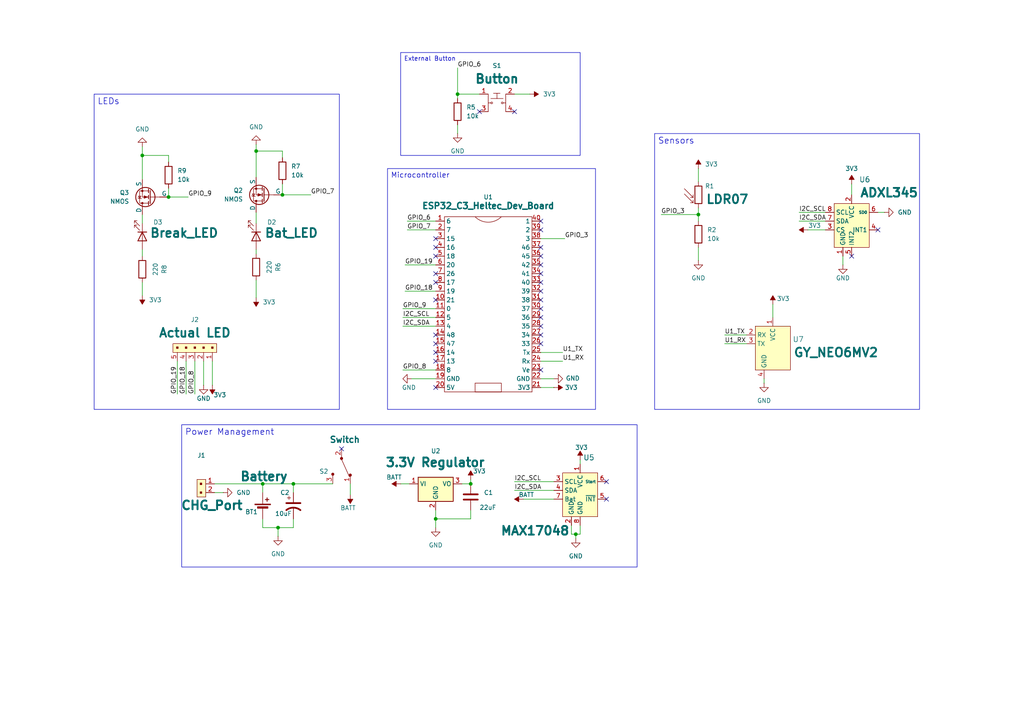
<source format=kicad_sch>
(kicad_sch (version 20250114) (generator "eeschema") (generator_version "9.0")
  (paper "A4")
  (title_block (title "Smart Bike Light") (date "2025-05-21") (rev "V03") (company "Group 07") (comment 9 "Author: Intesar Ihsas Rahman - s240186"))
  (lib_symbols
    (symbol "ESP32_C3_Heltec_1"
      (property "Reference" "U1" (at 0 30.48 0))
      (property "Value" "ESP32_C3_Heltec" (at 0 27.94 0))
      (symbol "ESP32_C3_Heltec_1_0_1"
        (rectangle (start -12.7 25.4) (end 12.7 -25.4))
        (rectangle (start -3.81 -22.86) (end 3.81 -25.4))
        (arc (start 3.81 25.4) (mid 0 23.8218) (end -3.81 25.4))
        (rectangle (start 12.7 -25.4) (end 12.7 -25.4))
      )
      (symbol "ESP32_C3_Heltec_1_1_0"
        (pin input line (at 15.24 19.05 180) (length 2.54) (name "3") (number "38"))
      )
      (symbol "ESP32_C3_Heltec_1_1_1"
        (pin input line (at -15.24 24.13 0) (length 2.54) (name "6") (number "1"))
        (pin input line (at -15.24 21.59 0) (length 2.54) (name "7") (number "2"))
        (pin input line (at -15.24 19.05 0) (length 2.54) (name "15") (number "3"))
        (pin input line (at -15.24 16.51 0) (length 2.54) (name "16") (number "4"))
        (pin input line (at -15.24 13.97 0) (length 2.54) (name "18") (number "5"))
        (pin input line (at -15.24 11.43 0) (length 2.54) (name "20") (number "6"))
        (pin input line (at -15.24 8.89 0) (length 2.54) (name "26") (number "7"))
        (pin input line (at -15.24 6.35 0) (length 2.54) (name "17") (number "8"))
        (pin input line (at -15.24 3.81 0) (length 2.54) (name "19") (number "9"))
        (pin input line (at -15.24 1.27 0) (length 2.54) (name "21") (number "10"))
        (pin input line (at -15.24 -1.27 0) (length 2.54) (name "0") (number "11"))
        (pin input line (at -15.24 -3.81 0) (length 2.54) (name "5") (number "12"))
        (pin input line (at -15.24 -6.35 0) (length 2.54) (name "4") (number "13"))
        (pin input line (at -15.24 -8.89 0) (length 2.54) (name "48") (number "14"))
        (pin input line (at -15.24 -11.43 0) (length 2.54) (name "47") (number "15"))
        (pin input line (at -15.24 -13.97 0) (length 2.54) (name "14") (number "16"))
        (pin input line (at -15.24 -16.51 0) (length 2.54) (name "13") (number "17"))
        (pin input line (at -15.24 -19.05 0) (length 2.54) (name "8") (number "18"))
        (pin input line (at -15.24 -21.59 0) (length 2.54) (name "GND") (number "19"))
        (pin input line (at -15.24 -24.13 0) (length 2.54) (name "5V") (number "20"))
        (pin input line (at 15.24 24.13 180) (length 2.54) (name "1") (number "40"))
        (pin input line (at 15.24 21.59 180) (length 2.54) (name "2") (number "39"))
        (pin input line (at 15.24 16.51 180) (length 2.54) (name "46") (number "37"))
        (pin input line (at 15.24 13.97 180) (length 2.54) (name "45") (number "36"))
        (pin input line (at 15.24 11.43 180) (length 2.54) (name "42") (number "35"))
        (pin input line (at 15.24 8.89 180) (length 2.54) (name "41") (number "34"))
        (pin input line (at 15.24 6.35 180) (length 2.54) (name "40") (number "33"))
        (pin input line (at 15.24 3.81 180) (length 2.54) (name "39") (number "32"))
        (pin input line (at 15.24 1.27 180) (length 2.54) (name "38") (number "31"))
        (pin input line (at 15.24 -1.27 180) (length 2.54) (name "37") (number "30"))
        (pin input line (at 15.24 -3.81 180) (length 2.54) (name "36") (number "29"))
        (pin input line (at 15.24 -6.35 180) (length 2.54) (name "35") (number "28"))
        (pin input line (at 15.24 -8.89 180) (length 2.54) (name "34") (number "27"))
        (pin input line (at 15.24 -11.43 180) (length 2.54) (name "33") (number "26"))
        (pin input line (at 15.24 -13.97 180) (length 2.54) (name "Tx") (number "25"))
        (pin input line (at 15.24 -16.51 180) (length 2.54) (name "Rx") (number "24"))
        (pin input line (at 15.24 -19.05 180) (length 2.54) (name "Ve") (number "23"))
        (pin input line (at 15.24 -21.59 180) (length 2.54) (name "GND") (number "22"))
        (pin input line (at 15.24 -24.13 180) (length 2.54) (name "3V3") (number "21"))
      )
    )
    (symbol "Library:-3V3" (power) (pin_numbers (hide yes)) (pin_names (offset 0) (hide yes))
      (property "Value" "-3V3" (at 0 3.556 0))
      (symbol "-3V3_0_0"
        (pin power_in line (at 0 0 90) (length 0) (name "~") (number "1"))
      )
      (symbol "-3V3_0_1"
        (polyline (pts (xy 0 0) (xy 0 1.27) (xy 0.762 1.27) (xy 0 2.54) (xy -0.762 1.27) (xy 0 1.27)) (fill (type outline)))
      )
    )
    (symbol "Library:-BATT" (power) (pin_numbers (hide yes)) (pin_names (offset 0) (hide yes))
      (property "Value" "-BATT" (at 0 3.556 0))
      (symbol "-BATT_0_1"
        (polyline (pts (xy 0 0) (xy 0 2.54)))
        (polyline (pts (xy 0.762 1.27) (xy -0.762 1.27) (xy 0 2.54) (xy 0.762 1.27)) (fill (type outline)))
      )
      (symbol "-BATT_1_1"
        (pin power_in line (at 0 0 90) (length 0) (name "~") (number "1"))
      )
    )
    (symbol "Library:640456-2" (pin_names (offset 1.016))
      (property "Reference" "J" (at -2.54 1.27 0))
      (property "Value" "640456-2" (at 1.27 -3.81 0))
      (symbol "640456-2_1_1"
        (rectangle (start -1.27 0) (end 3.81 -2.54) (fill (type background)))
        (rectangle (start -0.254 -1.143) (end 0.254 -1.651) (fill (type outline)))
        (rectangle (start 2.286 -1.143) (end 2.794 -1.651) (fill (type outline)))
        (pin passive line (at 0 2.54 270) (length 2.54) (name "~") (number "1"))
        (pin passive line (at 2.54 2.54 270) (length 2.54) (name "~") (number "2"))
      )
    )
    (symbol "Library:B5B-XH-A_LF__SN_" (pin_names (offset 1.016))
      (property "Reference" "J" (at -2.54 -1.27 0))
      (property "Value" "B5B-XH-A_LF__SN_" (at 5.08 -3.81 0))
      (symbol "B5B-XH-A_LF__SN__1_1"
        (rectangle (start -1.27 0) (end 11.43 -2.54) (fill (type background)))
        (rectangle (start -0.254 -1.143) (end 0.254 -1.651) (fill (type outline)))
        (rectangle (start 2.286 -1.143) (end 2.794 -1.651) (fill (type outline)))
        (rectangle (start 4.826 -1.143) (end 5.334 -1.651) (fill (type outline)))
        (rectangle (start 7.366 -1.143) (end 7.874 -1.651) (fill (type outline)))
        (rectangle (start 9.906 -1.143) (end 10.414 -1.651) (fill (type outline)))
        (pin passive line (at 0 2.54 270) (length 2.54) (name "~") (number "1"))
        (pin passive line (at 2.54 2.54 270) (length 2.54) (name "~") (number "2"))
        (pin passive line (at 5.08 2.54 270) (length 2.54) (name "~") (number "3"))
        (pin passive line (at 7.62 2.54 270) (length 2.54) (name "~") (number "4"))
        (pin passive line (at 10.16 2.54 270) (length 2.54) (name "~") (number "5"))
      )
    )
    (symbol "Library:Battery_Cell" (pin_numbers (hide yes)) (pin_names (offset 0) (hide yes))
      (property "Reference" "BT" (at 2.54 2.54 0))
      (property "Value" "Battery_Cell" (at 2.54 0 0))
      (symbol "Battery_Cell_0_1"
        (rectangle (start -2.286 1.778) (end 2.286 1.524) (fill (type outline)))
        (rectangle (start -1.524 1.016) (end 1.524 0.508) (fill (type outline)))
        (polyline (pts (xy 0 1.778) (xy 0 2.54)))
        (polyline (pts (xy 0 0.762) (xy 0 0)))
        (polyline (pts (xy 0.762 3.048) (xy 1.778 3.048)) (stroke (width 0.254)))
        (polyline (pts (xy 1.27 3.556) (xy 1.27 2.54)) (stroke (width 0.254)))
      )
      (symbol "Battery_Cell_1_1"
        (pin passive line (at 0 5.08 270) (length 2.54) (name "+") (number "1"))
        (pin passive line (at 0 -2.54 90) (length 2.54) (name "-") (number "2"))
      )
    )
    (symbol "Library:C" (pin_numbers (hide yes)) (pin_names (offset 0.254))
      (property "Reference" "C" (at 0.635 2.54 0))
      (property "Value" "C" (at 0.635 -2.54 0))
      (symbol "C_0_1"
        (polyline (pts (xy -2.032 0.762) (xy 2.032 0.762)) (stroke (width 0.508)))
        (polyline (pts (xy -2.032 -0.762) (xy 2.032 -0.762)) (stroke (width 0.508)))
      )
      (symbol "C_1_1"
        (pin passive line (at 0 3.81 270) (length 2.794) (name "~") (number "1"))
        (pin passive line (at 0 -3.81 90) (length 2.794) (name "~") (number "2"))
      )
    )
    (symbol "Library:C_Polarized_US" (pin_numbers (hide yes)) (pin_names (offset 0.254) (hide yes))
      (property "Reference" "C" (at 0.635 2.54 0))
      (property "Value" "C_Polarized_US" (at 0.635 -2.54 0))
      (symbol "C_Polarized_US_0_1"
        (polyline (pts (xy -2.032 0.762) (xy 2.032 0.762)) (stroke (width 0.508)))
        (polyline (pts (xy -1.778 2.286) (xy -0.762 2.286)))
        (polyline (pts (xy -1.27 1.778) (xy -1.27 2.794)))
        (arc (start -2.032 -1.27) (mid 0 -0.5572) (end 2.032 -1.27) (stroke (width 0.508)))
      )
      (symbol "C_Polarized_US_1_1"
        (pin passive line (at 0 3.81 270) (length 2.794) (name "~") (number "1"))
        (pin passive line (at 0 -3.81 90) (length 3.302) (name "~") (number "2"))
      )
    )
    (symbol "Library:EG1218" (pin_names (offset 0))
      (property "Reference" "S" (at -3.81 2.286 0))
      (property "Value" "EG1218" (at 0 -5.334 0))
      (symbol "EG1218_0_1"
        (circle (center -2.286 0) (radius 0.3556) (fill (type outline)))
        (polyline (pts (xy -2.032 0) (xy 3.048 2.286)))
        (circle (center 2.286 -2.54) (radius 0.3556) (fill (type outline)))
        (circle (center 2.54 2.54) (radius 0.3556) (fill (type outline)))
      )
      (symbol "EG1218_1_1"
        (pin passive line (at -5.08 0 0) (length 2.54) (name "~") (number "2"))
        (pin passive line (at 5.08 2.54 180) (length 2.54) (name "~") (number "1"))
        (pin passive line (at 5.08 -2.54 180) (length 2.54) (name "~") (number "3"))
      )
    )
    (symbol "Library:GND" (power) (pin_numbers (hide yes)) (pin_names (offset 0) (hide yes))
      (property "Value" "GND" (at 0 -3.81 0))
      (symbol "GND_0_1"
        (polyline (pts (xy 0 0) (xy 0 -1.27) (xy 1.27 -1.27) (xy 0 -2.54) (xy -1.27 -1.27) (xy 0 -1.27)))
      )
      (symbol "GND_1_1"
        (pin power_in line (at 0 0 270) (length 0) (name "~") (number "1"))
      )
    )
    (symbol "Library:KS-01Q-01_Obsolete" (pin_names (offset 1.016))
      (property "Reference" "S" (at 0 5.08 0))
      (property "Value" "KS-01Q-01_Obsolete" (at 0 -4.445 0))
      (symbol "KS-01Q-01_Obsolete_0_1"
        (polyline (pts (xy -2.54 2.54) (xy -2.54 -2.54)))
        (polyline (pts (xy -1.778 1.27) (xy 1.778 1.27)))
        (polyline (pts (xy -1.778 0) (xy -2.54 0)))
        (circle (center -1.524 0) (radius 0.254))
        (circle (center 1.524 0) (radius 0.254))
        (polyline (pts (xy 2.54 0) (xy 1.778 0)))
        (polyline (pts (xy 2.54 -2.54) (xy 2.54 2.54)))
      )
      (symbol "KS-01Q-01_Obsolete_1_1"
        (polyline (pts (xy -1.016 2.794) (xy 0.889 2.794)))
        (polyline (pts (xy 0 2.794) (xy 0 1.27)))
        (pin passive line (at -5.08 2.54 0) (length 2.54) (name "~") (number "1"))
        (pin passive line (at -5.08 -2.54 0) (length 2.54) (name "~") (number "3"))
        (pin passive line (at 5.08 2.54 180) (length 2.54) (name "~") (number "2"))
        (pin passive line (at 5.08 -2.54 180) (length 2.54) (name "~") (number "4"))
      )
    )
    (symbol "Library:LD1117S33TR_SOT223"
      (property "Reference" "U2" (at 0 6.35 0))
      (property "Value" "3.3V Regulator" (at 0 3.81 0))
      (symbol "LD1117S33TR_SOT223_0_1"
        (rectangle (start -5.08 -5.08) (end 5.08 1.905) (stroke (width 0.254)) (fill (type background)))
      )
      (symbol "LD1117S33TR_SOT223_1_1"
        (pin power_in line (at -7.62 0 0) (length 2.54) (name "VI") (number "1"))
        (pin power_in line (at 0 -7.62 90) (length 2.54) (name "GND") (number "2"))
        (pin power_out line (at 7.62 0 180) (length 2.54) (name "VO") (number "3"))
      )
    )
    (symbol "Library:LDR07" (pin_numbers (hide yes)) (pin_names (offset 0))
      (property "Reference" "R" (at -5.08 0 90))
      (property "Value" "LDR07" (at 1.905 0 90))
      (symbol "LDR07_0_1"
        (polyline (pts (xy -1.524 -0.762) (xy -4.064 1.778)))
        (polyline (pts (xy -1.524 -0.762) (xy -2.286 -0.762)))
        (polyline (pts (xy -1.524 -0.762) (xy -1.524 0)))
        (polyline (pts (xy -1.524 -2.286) (xy -4.064 0.254)))
        (polyline (pts (xy -1.524 -2.286) (xy -2.286 -2.286)))
        (polyline (pts (xy -1.524 -2.286) (xy -1.524 -1.524)))
        (rectangle (start -1.016 2.54) (end 1.016 -2.54) (stroke (width 0.254)))
      )
      (symbol "LDR07_1_1"
        (pin passive line (at 0 3.81 270) (length 1.27) (name "~") (number "1"))
        (pin passive line (at 0 -3.81 90) (length 1.27) (name "~") (number "2"))
      )
    )
    (symbol "Library:LED" (pin_numbers (hide yes)) (pin_names (offset 1.016) (hide yes))
      (property "Reference" "D" (at 0 2.54 0))
      (property "Value" "LED" (at 0 -2.54 0))
      (symbol "LED_0_1"
        (polyline (pts (xy -3.048 -0.762) (xy -4.572 -2.286) (xy -3.81 -2.286) (xy -4.572 -2.286) (xy -4.572 -1.524)))
        (polyline (pts (xy -1.778 -0.762) (xy -3.302 -2.286) (xy -2.54 -2.286) (xy -3.302 -2.286) (xy -3.302 -1.524)))
        (polyline (pts (xy -1.27 0) (xy 1.27 0)))
        (polyline (pts (xy -1.27 -1.27) (xy -1.27 1.27)) (stroke (width 0.254)))
        (polyline (pts (xy 1.27 -1.27) (xy 1.27 1.27) (xy -1.27 0) (xy 1.27 -1.27)) (stroke (width 0.254)))
      )
      (symbol "LED_1_1"
        (pin passive line (at -3.81 0 0) (length 2.54) (name "K") (number "1"))
        (pin passive line (at 3.81 0 180) (length 2.54) (name "A") (number "2"))
      )
    )
    (symbol "Library:MAX44009EDT_T_LTB"
      (property "Reference" "U5" (at 17.78 6.4202 0))
      (property "Value" "MAX17048" (at 17.78 3.8802 0))
      (symbol "MAX44009EDT_T_LTB_1_0"
        (pin power_in line (at 0 -7.62 90) (length 2.54) (name "GND") (number "8"))
      )
      (symbol "MAX44009EDT_T_LTB_1_1"
        (rectangle (start -5.08 7.62) (end 5.08 -5.08) (fill (type background)))
        (pin input line (at -7.62 5.08 0) (length 2.54) (name "SCL") (number "3"))
        (pin bidirectional line (at -7.62 2.54 0) (length 2.54) (name "SDA") (number "4"))
        (pin input line (at -7.62 0 0) (length 2.54) (name "Bat") (number "7"))
        (pin power_in line (at -2.54 -7.62 90) (length 2.54) (name "GND") (number "2"))
        (pin power_in line (at 0 10.16 270) (length 2.54) (name "VCC") (number "1"))
        (pin output line (at 7.62 5.08 180) (length 2.54) (name "Start") (number "6"))
        (pin output line (at 7.62 0 180) (length 2.54) (name "~{INT}") (number "5"))
      )
    )
    (symbol "Library:NMOS" (pin_numbers (hide yes)) (pin_names (offset 0))
      (property "Reference" "Q" (at 5.08 1.27 0))
      (property "Value" "NMOS" (at 5.08 -1.27 0))
      (symbol "NMOS_0_1"
        (polyline (pts (xy 0.254 1.905) (xy 0.254 -1.905)) (stroke (width 0.254)))
        (polyline (pts (xy 0.254 0) (xy -2.54 0)))
        (polyline (pts (xy 0.762 2.286) (xy 0.762 1.27)) (stroke (width 0.254)))
        (polyline (pts (xy 0.762 0.508) (xy 0.762 -0.508)) (stroke (width 0.254)))
        (polyline (pts (xy 0.762 -1.27) (xy 0.762 -2.286)) (stroke (width 0.254)))
        (polyline (pts (xy 0.762 -1.778) (xy 3.302 -1.778) (xy 3.302 1.778) (xy 0.762 1.778)))
        (polyline (pts (xy 1.016 0) (xy 2.032 0.381) (xy 2.032 -0.381) (xy 1.016 0)) (fill (type outline)))
        (circle (center 1.651 0) (radius 2.794) (stroke (width 0.254)))
        (polyline (pts (xy 2.54 2.54) (xy 2.54 1.778)))
        (circle (center 2.54 1.778) (radius 0.254) (fill (type outline)))
        (circle (center 2.54 -1.778) (radius 0.254) (fill (type outline)))
        (polyline (pts (xy 2.54 -2.54) (xy 2.54 0) (xy 0.762 0)))
        (polyline (pts (xy 2.794 0.508) (xy 2.921 0.381) (xy 3.683 0.381) (xy 3.81 0.254)))
        (polyline (pts (xy 3.302 0.381) (xy 2.921 -0.254) (xy 3.683 -0.254) (xy 3.302 0.381)))
      )
      (symbol "NMOS_1_1"
        (pin input line (at -5.08 0 0) (length 2.54) (name "G") (number "2"))
        (pin passive line (at 2.54 5.08 270) (length 2.54) (name "D") (number "1"))
        (pin passive line (at 2.54 -5.08 90) (length 2.54) (name "S") (number "3"))
      )
    )
    (symbol "Library:R" (pin_numbers (hide yes)) (pin_names (offset 0))
      (property "Reference" "R" (at 2.032 0 90))
      (property "Value" "R" (at 0 0 90))
      (symbol "R_0_1"
        (rectangle (start -1.016 -2.54) (end 1.016 2.54) (stroke (width 0.254)))
      )
      (symbol "R_1_1"
        (pin passive line (at 0 3.81 270) (length 1.27) (name "~") (number "1"))
        (pin passive line (at 0 -3.81 90) (length 1.27) (name "~") (number "2"))
      )
    )
    (symbol "MAX44009EDT_T_LTB_1"
      (property "Reference" "U6" (at 2.1433 12.7 0))
      (property "Value" "ADXL" (at 2.1433 10.16 0))
      (symbol "MAX44009EDT_T_LTB_1_1_0"
        (pin output line (at 0 -7.62 90) (length 2.54) (name "INT2") (number "5"))
      )
      (symbol "MAX44009EDT_T_LTB_1_1_1"
        (rectangle (start -5.08 7.62) (end 5.08 -5.08) (fill (type background)))
        (pin input line (at -7.62 5.08 0) (length 2.54) (name "SCL") (number "8"))
        (pin bidirectional line (at -7.62 2.54 0) (length 2.54) (name "SDA") (number "7"))
        (pin input line (at -7.62 0 0) (length 2.54) (name "CS") (number "3"))
        (pin power_in line (at -2.54 -7.62 90) (length 2.54) (name "GND") (number "1"))
        (pin power_in line (at 0 10.16 270) (length 2.54) (name "VCC") (number "2"))
        (pin output line (at 7.62 5.08 180) (length 2.54) (name "SD0") (number "6"))
        (pin output line (at 7.62 0 180) (length 2.54) (name "INT1") (number "4"))
      )
    )
    (symbol "MAX44009EDT_T_LTB_2"
      (property "Reference" "U7" (at 2.1433 12.7 0))
      (property "Value" "NEO" (at 2.1433 10.16 0))
      (symbol "MAX44009EDT_T_LTB_2_1_1"
        (rectangle (start -5.08 7.62) (end 5.08 -5.08) (fill (type background)))
        (pin input line (at -7.62 5.08 0) (length 2.54) (name "RX") (number "2"))
        (pin bidirectional line (at -7.62 2.54 0) (length 2.54) (name "TX") (number "3"))
        (pin power_in line (at -2.54 -7.62 90) (length 2.54) (name "GND") (number "4"))
        (pin power_in line (at 0 10.16 270) (length 2.54) (name "VCC") (number "1"))
      )
    )
  )
  (text_box "Power Management" (at 52.705 123.19 0) (size 132.08 41.275) (margins 0.9525 0.9525 0.9525 0.9525) (effects (font (size 1.778 1.778)) (justify left top)))
  (text_box "External Button" (at 116.205 15.24 0) (size 52.07 29.845) (margins 0.9525 0.9525 0.9525 0.9525) (effects (font (size 1.27 1.27)) (justify left top)))
  (text_box "Microcontroller" (at 112.395 48.895 0) (size 60.325 69.85) (margins 0.9525 0.9525 0.9525 0.9525) (effects (font (size 1.5 1.5)) (justify left top)))
  (text_box "LEDs" (at 27.305 27.305 0) (size 71.12 91.44) (margins 0.9525 0.9525 0.9525 0.9525) (effects (font (size 1.778 1.778)) (justify left top)))
  (text_box "Sensors" (at 189.865 38.735 0) (size 76.835 80.01) (margins 0.9525 0.9525 0.9525 0.9525) (effects (font (size 1.778 1.778)) (justify left top)))
  (junction (at 85.09 140.335))
  (junction (at 74.295 43.815))
  (junction (at 136.525 140.335))
  (junction (at 126.365 150.495))
  (junction (at 41.275 45.085))
  (junction (at 132.715 27.305))
  (junction (at 202.565 62.23))
  (junction (at 80.645 153.035))
  (junction (at 81.915 56.515))
  (junction (at 167.005 154.94))
  (junction (at 48.895 57.15))
  (junction (at 76.2 140.335))
  (no_connect (at 156.845 64.135))
  (no_connect (at 156.845 76.835))
  (no_connect (at 156.845 86.995))
  (no_connect (at 126.365 112.395))
  (no_connect (at 156.845 81.915))
  (no_connect (at 175.895 139.7))
  (no_connect (at 126.365 86.995))
  (no_connect (at 156.845 71.755))
  (no_connect (at 126.365 104.775))
  (no_connect (at 139.065 32.385))
  (no_connect (at 126.365 81.915))
  (no_connect (at 156.845 97.155))
  (no_connect (at 99.06 130.175))
  (no_connect (at 126.365 71.755))
  (no_connect (at 156.845 94.615))
  (no_connect (at 156.845 66.675))
  (no_connect (at 156.845 92.075))
  (no_connect (at 156.845 79.375))
  (no_connect (at 126.365 102.235))
  (no_connect (at 126.365 69.215))
  (no_connect (at 156.845 99.695))
  (no_connect (at 126.365 74.295))
  (no_connect (at 175.895 144.78))
  (no_connect (at 149.225 32.385))
  (no_connect (at 156.845 74.295))
  (no_connect (at 126.365 97.155))
  (no_connect (at 126.365 79.375))
  (no_connect (at 156.845 107.315))
  (no_connect (at 247.015 74.295))
  (no_connect (at 156.845 89.535))
  (no_connect (at 254.635 66.675))
  (no_connect (at 126.365 99.695))
  (no_connect (at 156.845 84.455))
  (wire (pts (xy 167.005 154.94) (xy 167.005 156.21)))
  (wire (pts (xy 76.2 153.035) (xy 76.2 150.495)))
  (wire (pts (xy 202.565 62.23) (xy 202.565 64.135)))
  (wire (pts (xy 41.275 62.23) (xy 41.275 64.77)))
  (wire (pts (xy 74.295 72.39) (xy 74.295 73.66)))
  (wire (pts (xy 224.155 88.265) (xy 224.155 92.075)))
  (wire (pts (xy 80.645 153.035) (xy 80.645 155.575)))
  (wire (pts (xy 119.38 109.855) (xy 126.365 109.855)))
  (wire (pts (xy 149.225 139.7) (xy 160.655 139.7)))
  (wire (pts (xy 126.365 150.495) (xy 136.525 150.495)))
  (wire (pts (xy 85.09 150.495) (xy 85.09 153.035)))
  (wire (pts (xy 191.77 62.23) (xy 202.565 62.23)))
  (wire (pts (xy 221.615 109.855) (xy 221.615 111.125)))
  (wire (pts (xy 202.565 48.895) (xy 202.565 52.705)))
  (wire (pts (xy 133.985 140.335) (xy 136.525 140.335)))
  (wire (pts (xy 202.565 60.325) (xy 202.565 62.23)))
  (wire (pts (xy 116.84 94.615) (xy 126.365 94.615)))
  (wire (pts (xy 41.275 42.545) (xy 41.275 45.085)))
  (wire (pts (xy 48.895 57.15) (xy 54.61 57.15)))
  (wire (pts (xy 116.84 92.075) (xy 126.365 92.075)))
  (wire (pts (xy 85.09 140.335) (xy 85.09 142.875)))
  (wire (pts (xy 132.715 36.195) (xy 132.715 38.735)))
  (wire (pts (xy 156.845 69.215) (xy 163.83 69.215)))
  (wire (pts (xy 56.515 104.775) (xy 56.515 114.3)))
  (wire (pts (xy 41.275 45.085) (xy 41.275 52.07)))
  (wire (pts (xy 210.185 97.155) (xy 216.535 97.155)))
  (wire (pts (xy 76.2 140.335) (xy 76.2 142.875)))
  (wire (pts (xy 231.775 64.135) (xy 239.395 64.135)))
  (wire (pts (xy 126.365 153.035) (xy 126.365 150.495)))
  (wire (pts (xy 101.6 143.51) (xy 101.6 140.335)))
  (wire (pts (xy 234.315 66.675) (xy 239.395 66.675)))
  (wire (pts (xy 51.435 104.775) (xy 51.435 114.3)))
  (wire (pts (xy 167.005 154.94) (xy 165.735 154.94)))
  (wire (pts (xy 165.735 152.4) (xy 165.735 154.94)))
  (wire (pts (xy 156.845 112.395) (xy 160.655 112.395)))
  (wire (pts (xy 53.975 104.775) (xy 53.975 114.3)))
  (wire (pts (xy 81.915 53.34) (xy 81.915 56.515)))
  (wire (pts (xy 139.065 27.305) (xy 132.715 27.305)))
  (wire (pts (xy 247.015 56.515) (xy 247.015 53.34)))
  (wire (pts (xy 85.09 140.335) (xy 76.2 140.335)))
  (wire (pts (xy 117.475 84.455) (xy 126.365 84.455)))
  (wire (pts (xy 81.915 45.72) (xy 81.915 43.815)))
  (wire (pts (xy 41.275 81.915) (xy 41.275 85.725)))
  (wire (pts (xy 62.23 140.335) (xy 76.2 140.335)))
  (wire (pts (xy 81.915 43.815) (xy 74.295 43.815)))
  (wire (pts (xy 168.275 152.4) (xy 168.275 154.94)))
  (wire (pts (xy 156.845 104.775) (xy 163.195 104.775)))
  (wire (pts (xy 62.23 142.875) (xy 64.77 142.875)))
  (wire (pts (xy 149.225 27.305) (xy 153.67 27.305)))
  (wire (pts (xy 149.225 142.24) (xy 160.655 142.24)))
  (wire (pts (xy 156.845 102.235) (xy 163.195 102.235)))
  (wire (pts (xy 85.09 140.335) (xy 96.52 140.335)))
  (wire (pts (xy 136.525 140.335) (xy 136.525 139.065)))
  (wire (pts (xy 116.84 89.535) (xy 126.365 89.535)))
  (wire (pts (xy 231.775 61.595) (xy 239.395 61.595)))
  (wire (pts (xy 132.715 19.685) (xy 132.715 27.305)))
  (wire (pts (xy 244.475 74.295) (xy 244.475 76.835)))
  (wire (pts (xy 74.295 43.815) (xy 74.295 51.435)))
  (wire (pts (xy 168.275 133.35) (xy 168.275 134.62)))
  (wire (pts (xy 151.765 144.78) (xy 160.655 144.78)))
  (wire (pts (xy 117.475 76.835) (xy 126.365 76.835)))
  (wire (pts (xy 80.645 153.035) (xy 85.09 153.035)))
  (wire (pts (xy 41.275 72.39) (xy 41.275 74.295)))
  (wire (pts (xy 118.11 64.135) (xy 126.365 64.135)))
  (wire (pts (xy 136.525 147.955) (xy 136.525 150.495)))
  (wire (pts (xy 74.295 81.28) (xy 74.295 86.36)))
  (wire (pts (xy 61.595 111.76) (xy 61.595 104.775)))
  (wire (pts (xy 132.715 27.305) (xy 132.715 28.575)))
  (wire (pts (xy 156.845 109.855) (xy 160.655 109.855)))
  (wire (pts (xy 202.565 71.755) (xy 202.565 75.565)))
  (wire (pts (xy 48.895 46.99) (xy 48.895 45.085)))
  (wire (pts (xy 59.055 104.775) (xy 59.055 111.76)))
  (wire (pts (xy 74.295 61.595) (xy 74.295 64.77)))
  (wire (pts (xy 126.365 147.955) (xy 126.365 150.495)))
  (wire (pts (xy 48.895 54.61) (xy 48.895 57.15)))
  (wire (pts (xy 116.84 107.315) (xy 126.365 107.315)))
  (wire (pts (xy 76.2 153.035) (xy 80.645 153.035)))
  (wire (pts (xy 116.205 140.335) (xy 118.745 140.335)))
  (wire (pts (xy 210.185 99.695) (xy 216.535 99.695)))
  (wire (pts (xy 81.915 56.515) (xy 90.17 56.515)))
  (wire (pts (xy 254.635 61.595) (xy 256.54 61.595)))
  (wire (pts (xy 74.295 41.91) (xy 74.295 43.815)))
  (wire (pts (xy 48.895 45.085) (xy 41.275 45.085)))
  (wire (pts (xy 168.275 154.94) (xy 167.005 154.94)))
  (wire (pts (xy 118.11 66.675) (xy 126.365 66.675)))
  (label "I2C_SCL" (at 231.775 61.595 0))
  (label "GPIO_7" (at 118.11 66.675 0))
  (label "I2C_SDA" (at 116.84 94.615 0))
  (label "U1_RX" (at 163.195 104.775 0))
  (label "GPIO_6" (at 118.11 64.135 0))
  (label "GPIO_9" (at 116.84 89.535 0))
  (label "GPIO_6" (at 132.715 19.685 0))
  (label "GPIO_19" (at 117.475 76.835 0))
  (label "GPIO_8" (at 116.84 107.315 0))
  (label "GPIO_3" (at 163.83 69.215 0))
  (label "I2C_SDA" (at 149.225 142.24 0))
  (label "U1_RX" (at 210.185 99.695 0))
  (label "GPIO_3" (at 191.77 62.23 0))
  (label "GPIO_18" (at 117.475 84.455 0))
  (label "GPIO_7" (at 90.17 56.515 0))
  (label "GPIO_19" (at 51.435 114.3 90))
  (label "I2C_SDA" (at 231.775 64.135 0))
  (label "U1_TX" (at 210.185 97.155 0))
  (label "U1_TX" (at 163.195 102.235 0))
  (label "I2C_SCL" (at 116.84 92.075 0))
  (label "I2C_SCL" (at 149.225 139.7 0))
  (label "GPIO_8" (at 56.515 114.3 90))
  (label "GPIO_9" (at 54.61 57.15 0))
  (label "GPIO_18" (at 53.975 114.3 90))
  (symbol (lib_id "Library:GND") (at 74.295 41.91 180) (unit 1)
    (property "Reference" "#PWR011" (effects (hide yes)))
    (property "Value" "GND" (at 74.295 36.83 0))
    (property "Description" "Power symbol creates a global label with name \"GND\" , ground" (effects (hide yes)))
  )
  (symbol (lib_id "Library:R") (at 74.295 77.47 0) (unit 1)
    (property "Reference" "R6" (at 80.645 77.47 90))
    (property "Value" "220" (at 78.105 77.47 90))
    (property "Footprint" "Resistor_THT:R_Axial_DIN0204_L3.6mm_D1.6mm_P5.08mm_Horizontal" (effects (hide yes)))
    (property "Description" "Resistor" (effects (hide yes)))
  )
  (symbol (lib_id "Library:-BATT") (at 151.765 144.78 90) (unit 1)
    (property "Reference" "#PWR018" (effects (hide yes)))
    (property "Value" "BATT" (at 154.94 143.51 90) (effects (justify left)))
    (property "Description" "Power symbol creates a global label with name \"-BATT\"" (effects (hide yes)))
  )
  (symbol (lib_id "Library:GND") (at 244.475 76.835 0) (unit 1)
    (property "Reference" "#PWR07" (effects (hide yes)))
    (property "Value" "GND" (at 244.475 80.645 0))
    (property "Description" "Power symbol creates a global label with name \"GND\" , ground" (effects (hide yes)))
  )
  (symbol (lib_id "Library:GND") (at 167.005 156.21 0) (unit 1)
    (property "Reference" "#PWR05" (effects (hide yes)))
    (property "Value" "GND" (at 167.005 161.29 0))
    (property "Description" "Power symbol creates a global label with name \"GND\" , ground" (effects (hide yes)))
  )
  (symbol (lib_id "Library:-3V3") (at 202.565 48.895 0) (unit 1)
    (property "Reference" "#PWR030" (effects (hide yes)))
    (property "Value" "3V3" (at 204.47 47.6249 0) (effects (justify left)))
    (property "Description" "Power symbol creates a global label with name \"-3V3\"" (effects (hide yes)))
  )
  (symbol (lib_id "Library:GND") (at 160.655 109.855 90) (unit 1)
    (property "Reference" "#PWR03" (effects (hide yes)))
    (property "Value" "GND" (at 164.084 109.728 90) (effects (justify right)))
    (property "Description" "Power symbol creates a global label with name \"GND\" , ground" (effects (hide yes)))
  )
  (symbol (lib_id "Library:R") (at 202.565 67.945 0) (unit 1)
    (property "Reference" "R2" (at 205.105 66.6749 0) (effects (justify left)))
    (property "Value" "10k" (at 205.105 69.2149 0) (effects (justify left)))
    (property "Footprint" "Resistor_THT:R_Axial_DIN0204_L3.6mm_D1.6mm_P5.08mm_Horizontal" (effects (hide yes)))
    (property "Description" "Resistor" (effects (hide yes)))
  )
  (symbol (lib_id "Library:KS-01Q-01_Obsolete") (at 144.145 29.845 0) (unit 1)
    (property "Reference" "S1" (at 144.145 19.05 0))
    (property "Value" "Button" (at 144.145 22.86 0) (effects (font (size 2.54 2.54) (thickness 0.508) (bold yes))))
    (property "Footprint" "Button_Switch_THT:SW_DIP_SPSTx02_Slide_9.78x7.26mm_W7.62mm_P2.54mm" (effects (hide yes)))
    (property "Datasheet" "http://spec_sheets.e-switch.com/specs/29-KS01Q01.pdf" (effects (hide yes)))
    (property "Description" "SWITCH PUSH SPST-NO 0.01A 35V" (effects (hide yes)))
    (property "Digi-Key_PN" "EG4791-ND" (effects (hide yes)))
    (property "MPN" "KS-01Q-01" (effects (hide yes)))
    (property "Category" "Switches" (effects (hide yes)))
    (property "Family" "Pushbutton Switches" (effects (hide yes)))
    (property "DK_Datasheet_Link" "http://spec_sheets.e-switch.com/specs/29-KS01Q01.pdf" (effects (hide yes)))
    (property "DK_Detail_Page" "/product-detail/en/e-switch/KS-01Q-01/EG4791-ND/2116270" (effects (hide yes)))
    (property "Description_1" "SWITCH PUSH SPST-NO 0.01A 35V" (effects (hide yes)))
    (property "Manufacturer" "E-Switch" (effects (hide yes)))
    (property "Status" "Obsolete NonStock" (effects (hide yes)))
  )
  (symbol (lib_id "Library:B5B-XH-A_LF__SN_") (at 61.595 102.235 180) (unit 1)
    (property "Reference" "J2" (at 56.515 92.71 0))
    (property "Value" "Actual LED" (at 56.515 96.52 0) (effects (font (size 2.54 2.54) (thickness 0.508) (bold yes))))
    (property "Footprint" "Connector_JST:JST_XA_B05B-XASK-1-A_1x05_P2.50mm_Vertical" (effects (hide yes)))
    (property "Datasheet" "http://www.jst-mfg.com/product/pdf/eng/eXH.pdf" (effects (hide yes)))
    (property "Description" "CONN HEADER VERT 5POS 2.5MM" (effects (hide yes)))
    (property "Digi-Key_PN" "455-2270-ND" (effects (hide yes)))
    (property "MPN" "B5B-XH-A(LF)(SN)" (effects (hide yes)))
    (property "Category" "Connectors, Interconnects" (effects (hide yes)))
    (property "Family" "Rectangular Connectors - Headers, Male Pins" (effects (hide yes)))
    (property "DK_Datasheet_Link" "http://www.jst-mfg.com/product/pdf/eng/eXH.pdf" (effects (hide yes)))
    (property "DK_Detail_Page" "/product-detail/en/jst-sales-america-inc/B5B-XH-A(LF)(SN)/455-2270-ND/1530483" (effects (hide yes)))
    (property "Description_1" "CONN HEADER VERT 5POS 2.5MM" (effects (hide yes)))
    (property "Manufacturer" "JST Sales America Inc." (effects (hide yes)))
    (property "Status" "Active" (effects (hide yes)))
  )
  (symbol (lib_id "Library:C") (at 136.525 144.145 0) (unit 1)
    (property "Reference" "C1" (at 140.335 142.8749 0) (effects (justify left)))
    (property "Value" "22uF" (at 139.065 147.193 0) (effects (justify left)))
    (property "Footprint" "Capacitor_THT:C_Axial_L3.8mm_D2.6mm_P7.50mm_Horizontal" (effects (hide yes)))
    (property "Description" "Unpolarized capacitor" (effects (hide yes)))
  )
  (symbol (lib_id "Library:NMOS") (at 43.815 57.15 180) (unit 1)
    (property "Reference" "Q3" (at 37.465 55.8799 0) (effects (justify left)))
    (property "Value" "NMOS" (at 37.465 58.4199 0) (effects (justify left)))
    (property "Footprint" "DigiKey:PinHeader_1x3_P2.54_Drill1.1mm" (effects (hide yes)))
    (property "Datasheet" "https://ngspice.sourceforge.io/docs/ngspice-html-manual/manual.xhtml#cha_MOSFETs" (effects (hide yes)))
    (property "Description" "N-MOSFET transistor, drain/source/gate" (effects (hide yes)))
    (property "Sim.Device" "NMOS" (effects (hide yes)))
    (property "Sim.Type" "VDMOS" (effects (hide yes)))
    (property "Sim.Pins" "1=D 2=G 3=S" (effects (hide yes)))
  )
  (symbol (lib_name "ESP32_C3_Heltec_1") (lib_id "Library:ESP32_C3_Heltec_1") (at 141.605 88.265 0) (unit 1)
    (property "Reference" "U1" (at 141.605 57.15 0))
    (property "Value" "ESP32_C3_Heltec_Dev_Board" (at 141.605 59.69 0) (effects (font (size 1.778 1.778) (thickness 0.3556) (bold yes))))
    (property "Footprint" "ESP32_C3_Heltec_Dev_Custom:DIP-40_W25.4mm" (effects (hide yes)))
  )
  (symbol (lib_id "Library:GND") (at 80.645 155.575 0) (unit 1)
    (property "Reference" "#PWR015" (effects (hide yes)))
    (property "Value" "GND" (at 80.645 160.655 0))
    (property "Description" "Power symbol creates a global label with name \"GND\" , ground" (effects (hide yes)))
  )
  (symbol (lib_name "MAX44009EDT_T_LTB_2") (lib_id "Library:MAX44009EDT_T_LTB_2") (at 224.155 102.235 0) (unit 1)
    (property "Reference" "U7" (at 229.87 98.4249 0) (effects (font (size 1.524 1.524)) (justify left)))
    (property "Value" "GY_NEO6MV2" (at 229.87 102.2349 0) (effects (font (size 2.54 2.54) (thickness 0.508) (bold yes)) (justify left)))
    (property "Footprint" "DigiKey:DIP-8_W7.62mm" (effects (hide yes)))
    (property "Datasheet" "https://datasheets.maximintegrated.com/en/ds/MAX44009.pdf" (effects (hide yes)))
    (property "Description" "SENSOR OPT AMBIENT 6OTDFN" (effects (hide yes)))
    (property "Digi-Key_PN" "MAX44009EDT+TCT-ND" (effects (hide yes)))
    (property "MPN" "MAX44009EDT+T" (effects (hide yes)))
    (property "Category" "Sensors, Transducers" (effects (hide yes)))
    (property "Family" "Optical Sensors - Ambient Light, IR, UV Sensors" (effects (hide yes)))
    (property "DK_Datasheet_Link" "https://datasheets.maximintegrated.com/en/ds/MAX44009.pdf" (effects (hide yes)))
    (property "DK_Detail_Page" "/product-detail/en/maxim-integrated/MAX44009EDT-T/MAX44009EDT-TCT-ND/2606396" (effects (hide yes)))
    (property "Description_1" "SENSOR OPT AMBIENT 6OTDFN" (effects (hide yes)))
    (property "Manufacturer" "Maxim Integrated" (effects (hide yes)))
    (property "Status" "Last Time Buy NonStock" (effects (hide yes)))
  )
  (symbol (lib_id "Library:R") (at 81.915 49.53 0) (unit 1)
    (property "Reference" "R7" (at 84.455 48.2599 0) (effects (justify left)))
    (property "Value" "10k" (at 84.455 50.7999 0) (effects (justify left)))
    (property "Footprint" "Resistor_THT:R_Axial_DIN0204_L3.6mm_D1.6mm_P5.08mm_Horizontal" (effects (hide yes)))
    (property "Description" "Resistor" (effects (hide yes)))
  )
  (symbol (lib_id "Library:GND") (at 64.77 142.875 90) (unit 1)
    (property "Reference" "#PWR08" (effects (hide yes)))
    (property "Value" "GND" (at 68.58 142.8749 90) (effects (justify right)))
    (property "Description" "Power symbol creates a global label with name \"GND\" , ground" (effects (hide yes)))
  )
  (symbol (lib_id "Library:MAX44009EDT_T_LTB") (at 168.275 144.78 0) (unit 1)
    (property "Reference" "U5" (at 170.815 132.715 0) (effects (font (size 1.524 1.524))))
    (property "Value" "MAX17048" (at 155.194 153.924 0) (effects (font (size 2.54 2.54) (thickness 0.508) (bold yes))))
    (property "Footprint" "DigiKey:DIP-8_W7.62mm" (effects (hide yes)))
    (property "Datasheet" "https://datasheets.maximintegrated.com/en/ds/MAX44009.pdf" (effects (hide yes)))
    (property "Description" "SENSOR OPT AMBIENT 6OTDFN" (effects (hide yes)))
    (property "Digi-Key_PN" "MAX44009EDT+TCT-ND" (effects (hide yes)))
    (property "MPN" "MAX44009EDT+T" (effects (hide yes)))
    (property "Category" "Sensors, Transducers" (effects (hide yes)))
    (property "Family" "Optical Sensors - Ambient Light, IR, UV Sensors" (effects (hide yes)))
    (property "DK_Datasheet_Link" "https://datasheets.maximintegrated.com/en/ds/MAX44009.pdf" (effects (hide yes)))
    (property "DK_Detail_Page" "/product-detail/en/maxim-integrated/MAX44009EDT-T/MAX44009EDT-TCT-ND/2606396" (effects (hide yes)))
    (property "Description_1" "SENSOR OPT AMBIENT 6OTDFN" (effects (hide yes)))
    (property "Manufacturer" "Maxim Integrated" (effects (hide yes)))
    (property "Status" "Last Time Buy NonStock" (effects (hide yes)))
  )
  (symbol (lib_id "Library:-3V3") (at 153.67 27.305 270) (unit 1)
    (property "Reference" "#PWR022" (effects (hide yes)))
    (property "Value" "3V3" (at 157.48 27.3049 90) (effects (justify left)))
    (property "Description" "Power symbol creates a global label with name \"-3V3\"" (effects (hide yes)))
  )
  (symbol (lib_id "Library:GND") (at 256.54 61.595 90) (unit 1)
    (property "Reference" "#PWR06" (effects (hide yes)))
    (property "Value" "GND" (at 260.35 61.5949 90) (effects (justify right)))
    (property "Description" "Power symbol creates a global label with name \"GND\" , ground" (effects (hide yes)))
  )
  (symbol (lib_id "Library:640456-2") (at 59.69 140.335 270) (unit 1)
    (property "Reference" "J1" (at 58.42 132.08 90))
    (property "Value" "CHG_Port" (at 61.468 146.558 90) (effects (font (size 2.54 2.54) (thickness 0.508) (bold yes))))
    (property "Footprint" "DigiKey:Terminal_Block_D1.3mm_P5mm" (effects (hide yes)))
    (property "Datasheet" "https://www.te.com/commerce/DocumentDelivery/DDEController?Action=srchrtrv&DocNm=640456&DocType=Customer+Drawing&DocLang=English" (effects (hide yes)))
    (property "Description" "CONN HEADER VERT 2POS 2.54MM" (effects (hide yes)))
    (property "Digi-Key_PN" "A1921-ND" (effects (hide yes)))
    (property "MPN" "640456-2" (effects (hide yes)))
    (property "Category" "Connectors, Interconnects" (effects (hide yes)))
    (property "Family" "Rectangular Connectors - Headers, Male Pins" (effects (hide yes)))
    (property "DK_Datasheet_Link" "https://www.te.com/commerce/DocumentDelivery/DDEController?Action=srchrtrv&DocNm=640456&DocType=Customer+Drawing&DocLang=English" (effects (hide yes)))
    (property "DK_Detail_Page" "/product-detail/en/te-connectivity-amp-connectors/640456-2/A1921-ND/109003" (effects (hide yes)))
    (property "Description_1" "CONN HEADER VERT 2POS 2.54MM" (effects (hide yes)))
    (property "Manufacturer" "TE Connectivity AMP Connectors" (effects (hide yes)))
    (property "Status" "Active" (effects (hide yes)))
  )
  (symbol (lib_id "Library:-3V3") (at 168.275 133.35 0) (unit 1)
    (property "Reference" "#PWR029" (effects (hide yes)))
    (property "Value" "3V3" (at 168.656 129.794 0))
    (property "Description" "Power symbol creates a global label with name \"-3V3\"" (effects (hide yes)))
  )
  (symbol (lib_id "Library:GND") (at 221.615 111.125 0) (unit 1)
    (property "Reference" "#PWR09" (effects (hide yes)))
    (property "Value" "GND" (at 221.615 116.205 0))
    (property "Description" "Power symbol creates a global label with name \"GND\" , ground" (effects (hide yes)))
  )
  (symbol (lib_id "Library:GND") (at 41.275 42.545 180) (unit 1)
    (property "Reference" "#PWR014" (effects (hide yes)))
    (property "Value" "GND" (at 41.275 37.465 0))
    (property "Description" "Power symbol creates a global label with name \"GND\" , ground" (effects (hide yes)))
  )
  (symbol (lib_id "Library:GND") (at 132.715 38.735 0) (unit 1)
    (property "Reference" "#PWR010" (effects (hide yes)))
    (property "Value" "GND" (at 132.715 43.815 0))
    (property "Description" "Power symbol creates a global label with name \"GND\" , ground" (effects (hide yes)))
  )
  (symbol (lib_id "Library:NMOS") (at 76.835 56.515 180) (unit 1)
    (property "Reference" "Q2" (at 70.485 55.2449 0) (effects (justify left)))
    (property "Value" "NMOS" (at 70.485 57.7849 0) (effects (justify left)))
    (property "Footprint" "DigiKey:PinHeader_1x3_P2.54_Drill1.1mm" (effects (hide yes)))
    (property "Datasheet" "https://ngspice.sourceforge.io/docs/ngspice-html-manual/manual.xhtml#cha_MOSFETs" (effects (hide yes)))
    (property "Description" "N-MOSFET transistor, drain/source/gate" (effects (hide yes)))
    (property "Sim.Device" "NMOS" (effects (hide yes)))
    (property "Sim.Type" "VDMOS" (effects (hide yes)))
    (property "Sim.Pins" "1=D 2=G 3=S" (effects (hide yes)))
  )
  (symbol (lib_id "Library:-3V3") (at 61.595 111.76 180) (unit 1)
    (property "Reference" "#PWR028" (effects (hide yes)))
    (property "Value" "3V3" (at 63.754 114.554 0))
    (property "Description" "Power symbol creates a global label with name \"-3V3\"" (effects (hide yes)))
  )
  (symbol (lib_id "Library:GND") (at 202.565 75.565 0) (unit 1)
    (property "Reference" "#PWR04" (effects (hide yes)))
    (property "Value" "GND" (at 202.565 80.645 0))
    (property "Description" "Power symbol creates a global label with name \"GND\" , ground" (effects (hide yes)))
  )
  (symbol (lib_id "Library:-3V3") (at 74.295 86.36 180) (unit 1)
    (property "Reference" "#PWR024" (effects (hide yes)))
    (property "Value" "3V3" (at 76.2 87.6299 0) (effects (justify right)))
    (property "Description" "Power symbol creates a global label with name \"-3V3\"" (effects (hide yes)))
  )
  (symbol (lib_id "Library:-3V3") (at 234.315 66.675 90) (unit 1)
    (property "Reference" "#PWR027" (effects (hide yes)))
    (property "Value" "3V3" (at 238.125 65.405 90) (effects (justify left)))
    (property "Description" "Power symbol creates a global label with name \"-3V3\"" (effects (hide yes)))
  )
  (symbol (lib_id "Library:-3V3") (at 160.655 112.395 270) (unit 1)
    (property "Reference" "#PWR021" (effects (hide yes)))
    (property "Value" "3V3" (at 163.83 112.3949 90) (effects (justify left)))
    (property "Description" "Power symbol creates a global label with name \"-3V3\"" (effects (hide yes)))
  )
  (symbol (lib_id "Library:LD1117S33TR_SOT223") (at 126.365 140.335 0) (unit 1)
    (property "Reference" "U2" (at 126.365 130.81 0))
    (property "Value" "3.3V Regulator" (at 126.238 134.112 0) (effects (font (size 2.54 2.54) (thickness 0.508) (bold yes))))
    (property "Footprint" "DigiKey:PinHeader_1x3_P2.54_Drill1.1mm" (effects (hide yes)))
    (property "Datasheet" "http://www.st.com/st-web-ui/static/active/en/resource/technical/document/datasheet/CD00000544.pdf" (effects (hide yes)))
    (property "Description" "800mA Fixed Low Drop Positive Voltage Regulator, Fixed Output 3.3V, SOT-223" (effects (hide yes)))
  )
  (symbol (lib_id "Library:R") (at 41.275 78.105 0) (unit 1)
    (property "Reference" "R8" (at 47.625 78.105 90))
    (property "Value" "220" (at 45.085 78.105 90))
    (property "Footprint" "Resistor_THT:R_Axial_DIN0204_L3.6mm_D1.6mm_P5.08mm_Horizontal" (effects (hide yes)))
    (property "Description" "Resistor" (effects (hide yes)))
  )
  (symbol (lib_id "Library:R") (at 48.895 50.8 0) (unit 1)
    (property "Reference" "R9" (at 51.435 49.5299 0) (effects (justify left)))
    (property "Value" "10k" (at 51.435 52.0699 0) (effects (justify left)))
    (property "Footprint" "Resistor_THT:R_Axial_DIN0204_L3.6mm_D1.6mm_P5.08mm_Horizontal" (effects (hide yes)))
    (property "Description" "Resistor" (effects (hide yes)))
  )
  (symbol (lib_id "Library:GND") (at 126.365 153.035 0) (unit 1)
    (property "Reference" "#PWR01" (effects (hide yes)))
    (property "Value" "GND" (at 126.365 158.115 0))
    (property "Description" "Power symbol creates a global label with name \"GND\" , ground" (effects (hide yes)))
  )
  (symbol (lib_id "Library:LED") (at 41.275 68.58 270) (unit 1)
    (property "Reference" "D3" (at 44.45 64.4524 90) (effects (justify left)))
    (property "Value" "Break_LED" (at 43.18 67.564 90) (effects (font (size 2.54 2.54) (thickness 0.508) (bold yes)) (justify left)))
    (property "Footprint" "LED_THT:LED_D3.0mm_Clear" (effects (hide yes)))
    (property "Description" "Light emitting diode" (effects (hide yes)))
    (property "Sim.Pins" "1=K 2=A" (effects (hide yes)))
  )
  (symbol (lib_id "Library:LED") (at 74.295 68.58 270) (unit 1)
    (property "Reference" "D2" (at 77.47 64.4524 90) (effects (justify left)))
    (property "Value" "Bat_LED" (at 76.454 67.564 90) (effects (font (size 2.54 2.54) (thickness 0.508) (bold yes)) (justify left)))
    (property "Footprint" "LED_THT:LED_D3.0mm_Clear" (effects (hide yes)))
    (property "Description" "Light emitting diode" (effects (hide yes)))
    (property "Sim.Pins" "1=K 2=A" (effects (hide yes)))
  )
  (symbol (lib_id "Library:GND") (at 59.055 111.76 0) (unit 1)
    (property "Reference" "#PWR013" (effects (hide yes)))
    (property "Value" "GND" (at 59.055 115.57 0))
    (property "Description" "Power symbol creates a global label with name \"GND\" , ground" (effects (hide yes)))
  )
  (symbol (lib_id "Library:R") (at 132.715 32.385 0) (unit 1)
    (property "Reference" "R5" (at 135.255 31.1149 0) (effects (justify left)))
    (property "Value" "10k" (at 135.255 33.6549 0) (effects (justify left)))
    (property "Footprint" "Resistor_THT:R_Axial_DIN0204_L3.6mm_D1.6mm_P5.08mm_Horizontal" (effects (hide yes)))
    (property "Description" "Resistor" (effects (hide yes)))
  )
  (symbol (lib_id "Library:LDR07") (at 202.565 56.515 0) (unit 1)
    (property "Reference" "R1" (at 204.47 53.9749 0) (effects (justify left)))
    (property "Value" "LDR07" (at 204.47 57.7849 0) (effects (font (size 2.54 2.54) (thickness 0.508) (bold yes)) (justify left)))
    (property "Footprint" "OptoDevice:R_LDR_5.1x4.3mm_P3.4mm_Vertical" (effects (hide yes)))
    (property "Datasheet" "http://www.tme.eu/de/Document/f2e3ad76a925811312d226c31da4cd7e/LDR07.pdf" (effects (hide yes)))
    (property "Description" "light dependent resistor" (effects (hide yes)))
  )
  (symbol (lib_id "Library:-BATT") (at 101.6 143.51 180) (unit 1)
    (property "Reference" "#PWR016" (effects (hide yes)))
    (property "Value" "BATT" (at 100.965 147.32 0))
    (property "Description" "Power symbol creates a global label with name \"-BATT\"" (effects (hide yes)))
  )
  (symbol (lib_id "Library:-3V3") (at 136.525 139.065 0) (unit 1)
    (property "Reference" "#PWR019" (effects (hide yes)))
    (property "Value" "3V3" (at 137.16 136.652 0) (effects (justify left)))
    (property "Description" "Power symbol creates a global label with name \"-3V3\"" (effects (hide yes)))
  )
  (symbol (lib_id "Library:GND") (at 119.38 109.855 270) (unit 1)
    (property "Reference" "#PWR012" (effects (hide yes)))
    (property "Value" "GND" (at 120.65 112.395 90) (effects (justify right)))
    (property "Description" "Power symbol creates a global label with name \"GND\" , ground" (effects (hide yes)))
  )
  (symbol (lib_id "Library:-3V3") (at 224.155 88.265 0) (unit 1)
    (property "Reference" "#PWR025" (effects (hide yes)))
    (property "Value" "3V3" (at 225.298 86.614 0) (effects (justify left)))
    (property "Description" "Power symbol creates a global label with name \"-3V3\"" (effects (hide yes)))
  )
  (symbol (lib_id "Library:C_Polarized_US") (at 85.09 146.685 0) (unit 1)
    (property "Reference" "C2" (at 81.28 142.875 0) (effects (justify left)))
    (property "Value" "10uF" (at 79.756 148.971 0) (effects (justify left)))
    (property "Footprint" "Capacitor_THT:C_Axial_L3.8mm_D2.6mm_P7.50mm_Horizontal" (effects (hide yes)))
    (property "Description" "Polarized capacitor, US symbol" (effects (hide yes)))
  )
  (symbol (lib_id "Library:Battery_Cell") (at 76.2 147.955 0) (unit 1)
    (property "Reference" "BT1" (at 71.12 148.463 0) (effects (justify left)))
    (property "Value" "Battery" (at 69.342 138.176 0) (effects (font (size 2.54 2.54) (thickness 0.508) (bold yes)) (justify left)))
    (property "Footprint" "DigiKey:Terminal_Block_D1.3mm_P5mm" (effects (hide yes)))
    (property "Description" "Single-cell battery" (effects (hide yes)))
  )
  (symbol (lib_id "Library:-BATT") (at 116.205 140.335 90) (unit 1)
    (property "Reference" "#PWR017" (effects (hide yes)))
    (property "Value" "BATT" (at 114.3 138.43 90))
    (property "Description" "Power symbol creates a global label with name \"-BATT\"" (effects (hide yes)))
  )
  (symbol (lib_id "Library:-3V3") (at 247.015 53.34 0) (unit 1)
    (property "Reference" "#PWR026" (effects (hide yes)))
    (property "Value" "3V3" (at 247.015 48.895 0))
    (property "Description" "Power symbol creates a global label with name \"-3V3\"" (effects (hide yes)))
  )
  (symbol (lib_id "Library:EG1218") (at 99.06 135.255 270) (unit 1)
    (property "Reference" "S2" (at 95.25 136.7283 90) (effects (justify right)))
    (property "Value" "Switch" (at 104.648 127.508 90) (effects (font (size 1.778 1.778) (thickness 0.3556) (bold yes)) (justify right)))
    (property "Footprint" "Button_Switch_THT:SW_Slide-03_Wuerth-WS-SLTV_10x2.5x6.4_P2.54mm" (effects (hide yes)))
    (property "Datasheet" "http://spec_sheets.e-switch.com/specs/P040040.pdf" (effects (hide yes)))
    (property "Description" "SWITCH SLIDE SPDT 200MA 30V" (effects (hide yes)))
    (property "Digi-Key_PN" "EG1903-ND" (effects (hide yes)))
    (property "MPN" "EG1218" (effects (hide yes)))
    (property "Category" "Switches" (effects (hide yes)))
    (property "Family" "Slide Switches" (effects (hide yes)))
    (property "DK_Datasheet_Link" "http://spec_sheets.e-switch.com/specs/P040040.pdf" (effects (hide yes)))
    (property "DK_Detail_Page" "/product-detail/en/e-switch/EG1218/EG1903-ND/101726" (effects (hide yes)))
    (property "Description_1" "SWITCH SLIDE SPDT 200MA 30V" (effects (hide yes)))
    (property "Manufacturer" "E-Switch" (effects (hide yes)))
    (property "Status" "Active" (effects (hide yes)))
  )
  (symbol (lib_id "Library:-3V3") (at 41.275 85.725 180) (unit 1)
    (property "Reference" "#PWR023" (effects (hide yes)))
    (property "Value" "3V3" (at 43.18 86.9949 0) (effects (justify right)))
    (property "Description" "Power symbol creates a global label with name \"-3V3\"" (effects (hide yes)))
  )
  (symbol (lib_name "MAX44009EDT_T_LTB_1") (lib_id "Library:MAX44009EDT_T_LTB_1") (at 247.015 66.675 0) (unit 1)
    (property "Reference" "U6" (at 249.1583 52.07 0) (effects (font (size 1.524 1.524)) (justify left)))
    (property "Value" "ADXL345" (at 249.1583 55.88 0) (effects (font (size 2.54 2.54) (thickness 0.508) (bold yes)) (justify left)))
    (property "Footprint" "DigiKey:DIP-8_W7.62mm" (effects (hide yes)))
    (property "Datasheet" "https://datasheets.maximintegrated.com/en/ds/MAX44009.pdf" (effects (hide yes)))
    (property "Description" "SENSOR OPT AMBIENT 6OTDFN" (effects (hide yes)))
    (property "Digi-Key_PN" "MAX44009EDT+TCT-ND" (effects (hide yes)))
    (property "MPN" "MAX44009EDT+T" (effects (hide yes)))
    (property "Category" "Sensors, Transducers" (effects (hide yes)))
    (property "Family" "Optical Sensors - Ambient Light, IR, UV Sensors" (effects (hide yes)))
    (property "DK_Datasheet_Link" "https://datasheets.maximintegrated.com/en/ds/MAX44009.pdf" (effects (hide yes)))
    (property "DK_Detail_Page" "/product-detail/en/maxim-integrated/MAX44009EDT-T/MAX44009EDT-TCT-ND/2606396" (effects (hide yes)))
    (property "Description_1" "SENSOR OPT AMBIENT 6OTDFN" (effects (hide yes)))
    (property "Manufacturer" "Maxim Integrated" (effects (hide yes)))
    (property "Status" "Last Time Buy NonStock" (effects (hide yes)))
  )
)
</source>
